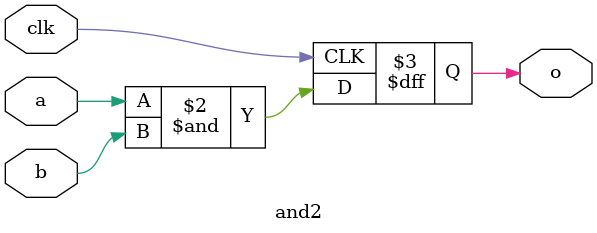
<source format=v>
module and2(
    input a,
    input b,
    input clk,
    output reg o
);

always @ (posedge clk) begin
    o <= a & b;
end

endmodule
</source>
